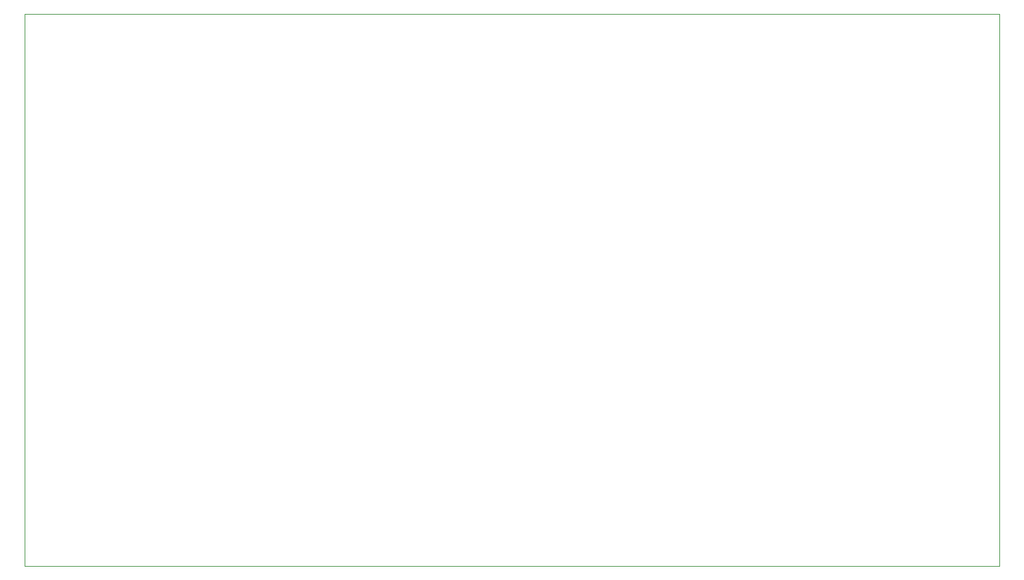
<source format=gbr>
%TF.GenerationSoftware,KiCad,Pcbnew,7.0.2*%
%TF.CreationDate,2023-05-13T16:33:46+02:00*%
%TF.ProjectId,pid_controller,7069645f-636f-46e7-9472-6f6c6c65722e,2.0*%
%TF.SameCoordinates,Original*%
%TF.FileFunction,Profile,NP*%
%FSLAX46Y46*%
G04 Gerber Fmt 4.6, Leading zero omitted, Abs format (unit mm)*
G04 Created by KiCad (PCBNEW 7.0.2) date 2023-05-13 16:33:46*
%MOMM*%
%LPD*%
G01*
G04 APERTURE LIST*
%TA.AperFunction,Profile*%
%ADD10C,0.100000*%
%TD*%
G04 APERTURE END LIST*
D10*
X74930000Y-68516500D02*
X198882000Y-68516500D01*
X198882000Y-138747500D01*
X74930000Y-138747500D01*
X74930000Y-68516500D01*
M02*

</source>
